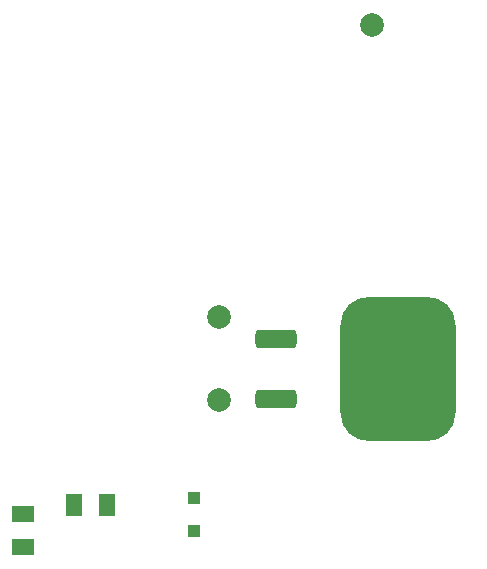
<source format=gtp>
G04*
G04 #@! TF.GenerationSoftware,Altium Limited,Altium Designer,22.11.1 (43)*
G04*
G04 Layer_Color=8421504*
%FSLAX44Y44*%
%MOMM*%
G71*
G04*
G04 #@! TF.SameCoordinates,647DE173-6EC2-479C-8ABE-F2EAD9736DF7*
G04*
G04*
G04 #@! TF.FilePolarity,Positive*
G04*
G01*
G75*
G04:AMPARAMS|DCode=14|XSize=1.6mm|YSize=3.5mm|CornerRadius=0.4mm|HoleSize=0mm|Usage=FLASHONLY|Rotation=270.000|XOffset=0mm|YOffset=0mm|HoleType=Round|Shape=RoundedRectangle|*
%AMROUNDEDRECTD14*
21,1,1.6000,2.7000,0,0,270.0*
21,1,0.8000,3.5000,0,0,270.0*
1,1,0.8000,-1.3500,-0.4000*
1,1,0.8000,-1.3500,0.4000*
1,1,0.8000,1.3500,0.4000*
1,1,0.8000,1.3500,-0.4000*
%
%ADD14ROUNDEDRECTD14*%
G04:AMPARAMS|DCode=15|XSize=12.2mm|YSize=9.75mm|CornerRadius=2.4375mm|HoleSize=0mm|Usage=FLASHONLY|Rotation=270.000|XOffset=0mm|YOffset=0mm|HoleType=Round|Shape=RoundedRectangle|*
%AMROUNDEDRECTD15*
21,1,12.2000,4.8750,0,0,270.0*
21,1,7.3250,9.7500,0,0,270.0*
1,1,4.8750,-2.4375,-3.6625*
1,1,4.8750,-2.4375,3.6625*
1,1,4.8750,2.4375,3.6625*
1,1,4.8750,2.4375,-3.6625*
%
%ADD15ROUNDEDRECTD15*%
%ADD16C,2.0000*%
%ADD17R,1.9500X1.4000*%
%ADD18R,1.4000X1.9500*%
G04:AMPARAMS|DCode=19|XSize=1.1mm|YSize=1.1mm|CornerRadius=0.275mm|HoleSize=0mm|Usage=FLASHONLY|Rotation=270.000|XOffset=0mm|YOffset=0mm|HoleType=Round|Shape=RoundedRectangle|*
%AMROUNDEDRECTD19*
21,1,1.1000,0.5500,0,0,270.0*
21,1,0.5500,1.1000,0,0,270.0*
1,1,0.5500,-0.2750,-0.2750*
1,1,0.5500,-0.2750,0.2750*
1,1,0.5500,0.2750,0.2750*
1,1,0.5500,0.2750,-0.2750*
%
%ADD19ROUNDEDRECTD19*%
D14*
X319250Y199400D02*
D03*
Y148600D02*
D03*
D15*
X422000Y174000D02*
D03*
D16*
X271000Y218000D02*
D03*
Y148000D02*
D03*
X400000Y465000D02*
D03*
D17*
X105000Y23000D02*
D03*
Y51000D02*
D03*
D18*
X148000Y59000D02*
D03*
X176000D02*
D03*
D19*
X250000Y37030D02*
D03*
Y64970D02*
D03*
M02*

</source>
